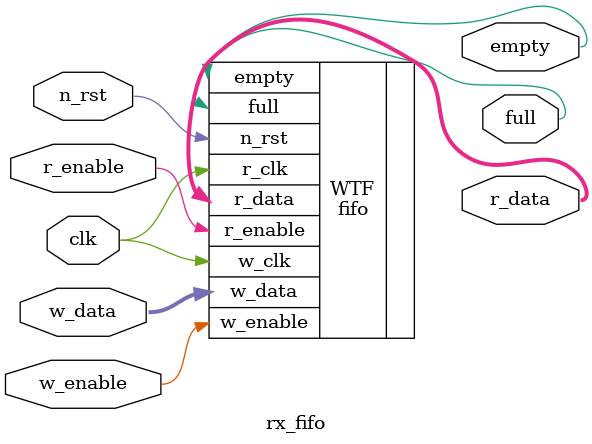
<source format=sv>
module rx_fifo
(
 input  clk,
 input n_rst,
 input r_enable,
 input w_enable,
 input [7:0] w_data,
 output [7:0] r_data,
 output empty,
 output full
);

   fifo WTF (.r_clk(clk), .w_clk(clk), .n_rst(n_rst), .r_enable(r_enable), .w_enable(w_enable), .w_data(w_data), .r_data(r_data), .empty(empty), .full(full));

endmodule // fifo

</source>
